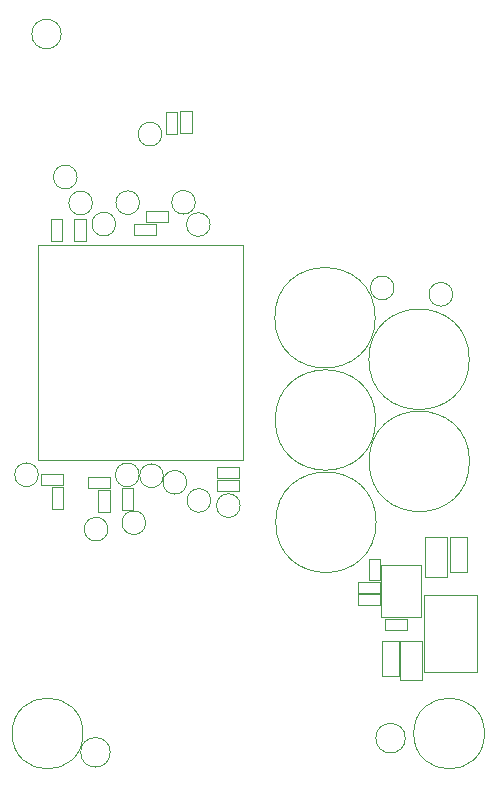
<source format=gbr>
G04 #@! TF.GenerationSoftware,KiCad,Pcbnew,(5.1.10)-1*
G04 #@! TF.CreationDate,2021-11-03T08:24:22+05:30*
G04 #@! TF.ProjectId,P-1000072_Cicada Wi-Fi,502d3130-3030-4303-9732-5f4369636164,0.1*
G04 #@! TF.SameCoordinates,PX7cee6c0PY3dfd240*
G04 #@! TF.FileFunction,Other,User*
%FSLAX46Y46*%
G04 Gerber Fmt 4.6, Leading zero omitted, Abs format (unit mm)*
G04 Created by KiCad (PCBNEW (5.1.10)-1) date 2021-11-03 08:24:22*
%MOMM*%
%LPD*%
G01*
G04 APERTURE LIST*
%ADD10C,0.050000*%
G04 APERTURE END LIST*
D10*
X-470000Y-33810000D02*
X-17820000Y-33810000D01*
X-470000Y-15610000D02*
X-470000Y-33810000D01*
X-17820000Y-15610000D02*
X-470000Y-15610000D01*
X-17820000Y-33810000D02*
X-17820000Y-15610000D01*
X-11893040Y-39702740D02*
G75*
G03*
X-11893040Y-39702740I-1000000J0D01*
G01*
X10780400Y-30457140D02*
G75*
G03*
X10780400Y-30457140I-4250000J0D01*
G01*
X10739760Y-21798280D02*
G75*
G03*
X10739760Y-21798280I-4250000J0D01*
G01*
X-16710760Y-13461500D02*
X-15770760Y-13461500D01*
X-15770760Y-13461500D02*
X-15770760Y-15321500D01*
X-15770760Y-15321500D02*
X-16710760Y-15321500D01*
X-16710760Y-15321500D02*
X-16710760Y-13461500D01*
X-14721940Y-13426220D02*
X-13781940Y-13426220D01*
X-13781940Y-13426220D02*
X-13781940Y-15286220D01*
X-13781940Y-15286220D02*
X-14721940Y-15286220D01*
X-14721940Y-15286220D02*
X-14721940Y-13426220D01*
X-10688420Y-36202120D02*
X-9748420Y-36202120D01*
X-9748420Y-36202120D02*
X-9748420Y-38062120D01*
X-9748420Y-38062120D02*
X-10688420Y-38062120D01*
X-10688420Y-38062120D02*
X-10688420Y-36202120D01*
X-8679400Y-12763400D02*
X-6819400Y-12763400D01*
X-8679400Y-13703400D02*
X-8679400Y-12763400D01*
X-6819400Y-13703400D02*
X-8679400Y-13703400D01*
X-6819400Y-12763400D02*
X-6819400Y-13703400D01*
X-15651380Y-36159220D02*
X-15651380Y-38019220D01*
X-16591380Y-36159220D02*
X-15651380Y-36159220D01*
X-16591380Y-38019220D02*
X-16591380Y-36159220D01*
X-15651380Y-38019220D02*
X-16591380Y-38019220D01*
X-12695020Y-38283380D02*
X-12695020Y-36423380D01*
X-11755020Y-38283380D02*
X-12695020Y-38283380D01*
X-11755020Y-36423380D02*
X-11755020Y-38283380D01*
X-12695020Y-36423380D02*
X-11755020Y-36423380D01*
X-7802660Y-14813380D02*
X-9662660Y-14813380D01*
X-7802660Y-13873380D02*
X-7802660Y-14813380D01*
X-9662660Y-13873380D02*
X-7802660Y-13873380D01*
X-9662660Y-14813380D02*
X-9662660Y-13873380D01*
X-2675120Y-35498940D02*
X-815120Y-35498940D01*
X-2675120Y-36438940D02*
X-2675120Y-35498940D01*
X-815120Y-36438940D02*
X-2675120Y-36438940D01*
X-815120Y-35498940D02*
X-815120Y-36438940D01*
X-2675120Y-34427060D02*
X-815120Y-34427060D01*
X-2675120Y-35367060D02*
X-2675120Y-34427060D01*
X-815120Y-35367060D02*
X-2675120Y-35367060D01*
X-815120Y-34427060D02*
X-815120Y-35367060D01*
X-15671300Y-35976660D02*
X-17531300Y-35976660D01*
X-15671300Y-35036660D02*
X-15671300Y-35976660D01*
X-17531300Y-35036660D02*
X-15671300Y-35036660D01*
X-17531300Y-35976660D02*
X-17531300Y-35036660D01*
X-11739380Y-36217960D02*
X-13599380Y-36217960D01*
X-11739380Y-35277960D02*
X-11739380Y-36217960D01*
X-13599380Y-35277960D02*
X-11739380Y-35277960D01*
X-13599380Y-36217960D02*
X-13599380Y-35277960D01*
X12333480Y-19273520D02*
G75*
G03*
X12333480Y-19273520I-1000000J0D01*
G01*
X18702540Y-25318720D02*
G75*
G03*
X18702540Y-25318720I-4250000J0D01*
G01*
X18722860Y-33962340D02*
G75*
G03*
X18722860Y-33962340I-4250000J0D01*
G01*
X19351820Y-51751380D02*
X19351820Y-45251380D01*
X14851820Y-51751380D02*
X19351820Y-51751380D01*
X14851820Y-45251380D02*
X14851820Y-51751380D01*
X19351820Y-45251380D02*
X14851820Y-45251380D01*
X-11237720Y-13873480D02*
G75*
G03*
X-11237720Y-13873480I-1000000J0D01*
G01*
X-13196060Y-12082780D02*
G75*
G03*
X-13196060Y-12082780I-1000000J0D01*
G01*
X-3239260Y-13906500D02*
G75*
G03*
X-3239260Y-13906500I-1000000J0D01*
G01*
X-4491480Y-12024360D02*
G75*
G03*
X-4491480Y-12024360I-1000000J0D01*
G01*
X-7326120Y-6253480D02*
G75*
G03*
X-7326120Y-6253480I-1000000J0D01*
G01*
X-9210800Y-12054840D02*
G75*
G03*
X-9210800Y-12054840I-1000000J0D01*
G01*
X-14499080Y-9888220D02*
G75*
G03*
X-14499080Y-9888220I-1000000J0D01*
G01*
X-3185920Y-37266880D02*
G75*
G03*
X-3185920Y-37266880I-1000000J0D01*
G01*
X-8697720Y-39151560D02*
G75*
G03*
X-8697720Y-39151560I-1000000J0D01*
G01*
X-5223000Y-35727640D02*
G75*
G03*
X-5223000Y-35727640I-1000000J0D01*
G01*
X-7199120Y-35179000D02*
G75*
G03*
X-7199120Y-35179000I-1000000J0D01*
G01*
X-9251440Y-35100260D02*
G75*
G03*
X-9251440Y-35100260I-1000000J0D01*
G01*
X-17783300Y-35095180D02*
G75*
G03*
X-17783300Y-35095180I-1000000J0D01*
G01*
X-694180Y-37703760D02*
G75*
G03*
X-694180Y-37703760I-1000000J0D01*
G01*
X17299180Y-19817080D02*
G75*
G03*
X17299180Y-19817080I-1000000J0D01*
G01*
X14626020Y-42756880D02*
X14626020Y-47096880D01*
X14626020Y-42756880D02*
X11226020Y-42756880D01*
X11226020Y-47096880D02*
X14626020Y-47096880D01*
X11226020Y-47096880D02*
X11226020Y-42756880D01*
X11125300Y-42183820D02*
X11125300Y-44043820D01*
X10185300Y-42183820D02*
X11125300Y-42183820D01*
X10185300Y-44043820D02*
X10185300Y-42183820D01*
X11125300Y-44043820D02*
X10185300Y-44043820D01*
X11112860Y-45095260D02*
X9252860Y-45095260D01*
X11112860Y-44155260D02*
X11112860Y-45095260D01*
X9252860Y-44155260D02*
X11112860Y-44155260D01*
X9252860Y-45095260D02*
X9252860Y-44155260D01*
X13396460Y-48262640D02*
X11536460Y-48262640D01*
X13396460Y-47322640D02*
X13396460Y-48262640D01*
X11536460Y-47322640D02*
X13396460Y-47322640D01*
X11536460Y-48262640D02*
X11536460Y-47322640D01*
X10815840Y-39116000D02*
G75*
G03*
X10815840Y-39116000I-4250000J0D01*
G01*
X14732040Y-49130400D02*
X14732040Y-52490400D01*
X12832040Y-49130400D02*
X14732040Y-49130400D01*
X12832040Y-52490400D02*
X12832040Y-49130400D01*
X14732040Y-52490400D02*
X12832040Y-52490400D01*
X12741660Y-49144640D02*
X12741660Y-52104640D01*
X11281660Y-49144640D02*
X12741660Y-49144640D01*
X11281660Y-52104640D02*
X11281660Y-49144640D01*
X12741660Y-52104640D02*
X11281660Y-52104640D01*
X11123160Y-46149360D02*
X9263160Y-46149360D01*
X11123160Y-45209360D02*
X11123160Y-46149360D01*
X9263160Y-45209360D02*
X11123160Y-45209360D01*
X9263160Y-46149360D02*
X9263160Y-45209360D01*
X14945320Y-43714700D02*
X14945320Y-40354700D01*
X16845320Y-43714700D02*
X14945320Y-43714700D01*
X16845320Y-40354700D02*
X16845320Y-43714700D01*
X14945320Y-40354700D02*
X16845320Y-40354700D01*
X17090640Y-43318880D02*
X17090640Y-40358880D01*
X18550640Y-43318880D02*
X17090640Y-43318880D01*
X18550640Y-40358880D02*
X18550640Y-43318880D01*
X17090640Y-40358880D02*
X18550640Y-40358880D01*
X-14000000Y-57000000D02*
G75*
G03*
X-14000000Y-57000000I-3000000J0D01*
G01*
X13290000Y-57390000D02*
G75*
G03*
X13290000Y-57390000I-1250000J0D01*
G01*
X-11698920Y-58592720D02*
G75*
G03*
X-11698920Y-58592720I-1250000J0D01*
G01*
X-15840000Y2220000D02*
G75*
G03*
X-15840000Y2220000I-1250000J0D01*
G01*
X20000000Y-57000000D02*
G75*
G03*
X20000000Y-57000000I-3000000J0D01*
G01*
X-6007000Y-6203040D02*
X-6947000Y-6203040D01*
X-6947000Y-6203040D02*
X-6947000Y-4343040D01*
X-6947000Y-4343040D02*
X-6007000Y-4343040D01*
X-6007000Y-4343040D02*
X-6007000Y-6203040D01*
X-4808120Y-6190480D02*
X-5748120Y-6190480D01*
X-5748120Y-6190480D02*
X-5748120Y-4330480D01*
X-5748120Y-4330480D02*
X-4808120Y-4330480D01*
X-4808120Y-4330480D02*
X-4808120Y-6190480D01*
M02*

</source>
